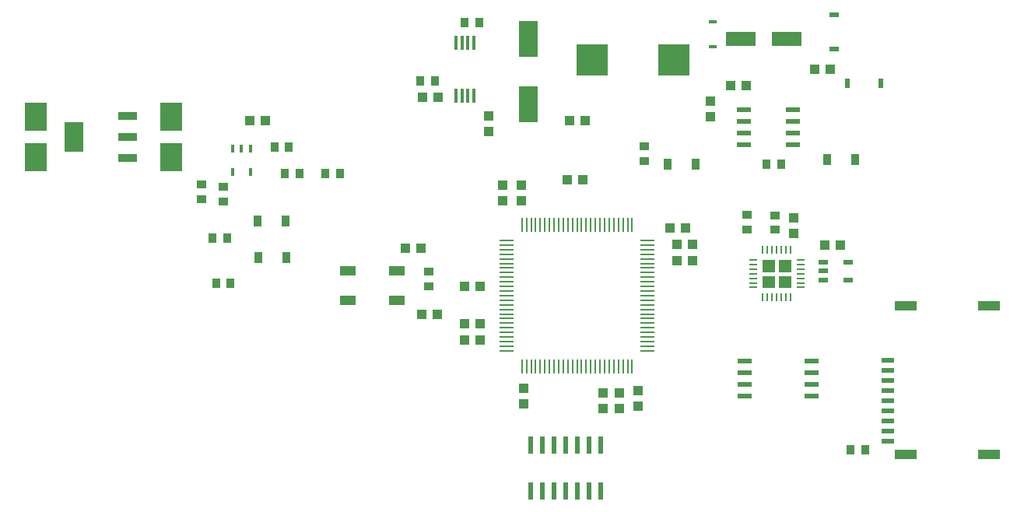
<source format=gbr>
%TF.GenerationSoftware,KiCad,Pcbnew,5.1.10*%
%TF.CreationDate,2021-11-13T19:57:08-07:00*%
%TF.ProjectId,Engine-Controller,456e6769-6e65-42d4-936f-6e74726f6c6c,1.0*%
%TF.SameCoordinates,Original*%
%TF.FileFunction,Paste,Top*%
%TF.FilePolarity,Positive*%
%FSLAX46Y46*%
G04 Gerber Fmt 4.6, Leading zero omitted, Abs format (unit mm)*
G04 Created by KiCad (PCBNEW 5.1.10) date 2021-11-13 19:57:08*
%MOMM*%
%LPD*%
G01*
G04 APERTURE LIST*
%ADD10C,0.010000*%
%ADD11R,0.406400X0.952500*%
%ADD12R,0.979300X0.558800*%
%ADD13R,0.280000X1.560000*%
%ADD14R,1.560000X0.280000*%
%ADD15R,1.100000X1.000000*%
%ADD16R,1.020000X0.940000*%
%ADD17R,0.940000X1.020000*%
%ADD18R,0.965200X1.295400*%
%ADD19R,0.410000X1.570000*%
%ADD20R,1.524000X0.558800*%
%ADD21R,0.600000X1.970000*%
%ADD22R,2.400000X1.100000*%
%ADD23R,1.400000X0.620000*%
%ADD24R,1.700000X0.990600*%
%ADD25R,1.000000X1.100000*%
%ADD26R,3.200000X1.600000*%
%ADD27R,3.500000X3.500000*%
%ADD28R,1.550000X0.600000*%
%ADD29R,2.413000X3.048000*%
%ADD30R,0.838200X0.457200*%
%ADD31R,1.041400X0.584200*%
%ADD32R,0.584200X1.041400*%
%ADD33R,2.000000X4.000000*%
%ADD34R,0.254000X0.900000*%
%ADD35R,0.900000X0.254000*%
%ADD36R,2.150000X3.250000*%
%ADD37R,2.150000X0.950000*%
G04 APERTURE END LIST*
D10*
%TO.C,U7*%
G36*
X178997680Y-126772800D02*
G01*
X177745200Y-126772800D01*
X177745200Y-125523213D01*
X178997680Y-125523213D01*
X178997680Y-126772800D01*
G37*
X178997680Y-126772800D02*
X177745200Y-126772800D01*
X177745200Y-125523213D01*
X178997680Y-125523213D01*
X178997680Y-126772800D01*
G36*
X177245138Y-126772800D02*
G01*
X175995200Y-126772800D01*
X175995200Y-125522862D01*
X177245138Y-125522862D01*
X177245138Y-126772800D01*
G37*
X177245138Y-126772800D02*
X175995200Y-126772800D01*
X175995200Y-125522862D01*
X177245138Y-125522862D01*
X177245138Y-126772800D01*
G36*
X178997720Y-125022800D02*
G01*
X177745200Y-125022800D01*
X177745200Y-123770280D01*
X178997720Y-123770280D01*
X178997720Y-125022800D01*
G37*
X178997720Y-125022800D02*
X177745200Y-125022800D01*
X177745200Y-123770280D01*
X178997720Y-123770280D01*
X178997720Y-125022800D01*
G36*
X177244744Y-125022800D02*
G01*
X175995200Y-125022800D01*
X175995200Y-123770070D01*
X177244744Y-123770070D01*
X177244744Y-125022800D01*
G37*
X177244744Y-125022800D02*
X175995200Y-125022800D01*
X175995200Y-123770070D01*
X177244744Y-123770070D01*
X177244744Y-125022800D01*
%TD*%
D11*
%TO.C,Q1*%
X120215701Y-111639350D03*
X119265700Y-111639350D03*
X118315699Y-111639350D03*
X118315699Y-114192050D03*
X120215701Y-114192050D03*
%TD*%
D12*
%TO.C,D8*%
X185312748Y-124043399D03*
X185312748Y-125943401D03*
X182580852Y-125943401D03*
X182580852Y-124993400D03*
X182580852Y-124043399D03*
%TD*%
D13*
%TO.C,U1*%
X149778200Y-119980400D03*
X150278200Y-119980400D03*
X150778200Y-119980400D03*
X151278200Y-119980400D03*
X151778200Y-119980400D03*
X152278200Y-119980400D03*
X152778200Y-119980400D03*
X153278200Y-119980400D03*
X153778200Y-119980400D03*
X154278200Y-119980400D03*
X154778200Y-119980400D03*
X155278200Y-119980400D03*
X155778200Y-119980400D03*
X156278200Y-119980400D03*
X156778200Y-119980400D03*
X157278200Y-119980400D03*
X157778200Y-119980400D03*
X158278200Y-119980400D03*
X158778200Y-119980400D03*
X159278200Y-119980400D03*
X159778200Y-119980400D03*
X160278200Y-119980400D03*
X160778200Y-119980400D03*
X161278200Y-119980400D03*
X161778200Y-119980400D03*
D14*
X163458200Y-121660400D03*
X163458200Y-122160400D03*
X163458200Y-122660400D03*
X163458200Y-123160400D03*
X163458200Y-123660400D03*
X163458200Y-124160400D03*
X163458200Y-124660400D03*
X163458200Y-125160400D03*
X163458200Y-125660400D03*
X163458200Y-126160400D03*
X163458200Y-126660400D03*
X163458200Y-127160400D03*
X163458200Y-127660400D03*
X163458200Y-128160400D03*
X163458200Y-128660400D03*
X163458200Y-129160400D03*
X163458200Y-129660400D03*
X163458200Y-130160400D03*
X163458200Y-130660400D03*
X163458200Y-131160400D03*
X163458200Y-131660400D03*
X163458200Y-132160400D03*
X163458200Y-132660400D03*
X163458200Y-133160400D03*
X163458200Y-133660400D03*
D13*
X161778200Y-135340400D03*
X161278200Y-135340400D03*
X160778200Y-135340400D03*
X160278200Y-135340400D03*
X159778200Y-135340400D03*
X159278200Y-135340400D03*
X158778200Y-135340400D03*
X158278200Y-135340400D03*
X157778200Y-135340400D03*
X157278200Y-135340400D03*
X156778200Y-135340400D03*
X156278200Y-135340400D03*
X155778200Y-135340400D03*
X155278200Y-135340400D03*
X154778200Y-135340400D03*
X154278200Y-135340400D03*
X153778200Y-135340400D03*
X153278200Y-135340400D03*
X152778200Y-135340400D03*
X152278200Y-135340400D03*
X151778200Y-135340400D03*
X151278200Y-135340400D03*
X150778200Y-135340400D03*
X150278200Y-135340400D03*
X149778200Y-135340400D03*
D14*
X148098200Y-133660400D03*
X148098200Y-133160400D03*
X148098200Y-132660400D03*
X148098200Y-132160400D03*
X148098200Y-131660400D03*
X148098200Y-131160400D03*
X148098200Y-130660400D03*
X148098200Y-130160400D03*
X148098200Y-129660400D03*
X148098200Y-129160400D03*
X148098200Y-128660400D03*
X148098200Y-128160400D03*
X148098200Y-127660400D03*
X148098200Y-127160400D03*
X148098200Y-126660400D03*
X148098200Y-126160400D03*
X148098200Y-125660400D03*
X148098200Y-125160400D03*
X148098200Y-124660400D03*
X148098200Y-124160400D03*
X148098200Y-123660400D03*
X148098200Y-123160400D03*
X148098200Y-122660400D03*
X148098200Y-122160400D03*
X148098200Y-121660400D03*
%TD*%
D15*
%TO.C,C8*%
X140599900Y-129705100D03*
X138899900Y-129705100D03*
%TD*%
D16*
%TO.C,R6*%
X139674600Y-126647000D03*
X139674600Y-125067000D03*
%TD*%
D17*
%TO.C,R8*%
X143558200Y-97942400D03*
X145138200Y-97942400D03*
%TD*%
D18*
%TO.C,D6*%
X182994300Y-112839500D03*
X186042300Y-112839500D03*
%TD*%
%TO.C,D3*%
X124091700Y-119507000D03*
X121043700Y-119507000D03*
%TD*%
D19*
%TO.C,U6*%
X144561200Y-105892400D03*
X143911200Y-105892400D03*
X143261200Y-105892400D03*
X142611200Y-105892400D03*
X142611200Y-100152400D03*
X143261200Y-100152400D03*
X143911200Y-100152400D03*
X144561200Y-100152400D03*
%TD*%
D20*
%TO.C,U5*%
X181305200Y-134759700D03*
X181305200Y-136029700D03*
X181305200Y-137299700D03*
X181305200Y-138569700D03*
X174015400Y-138569700D03*
X174015400Y-137299700D03*
X174015400Y-136029700D03*
X174015400Y-134759700D03*
%TD*%
D21*
%TO.C,U4*%
X158369000Y-148893300D03*
X157099000Y-148893300D03*
X155829000Y-148893300D03*
X154559000Y-148893300D03*
X153289000Y-148893300D03*
X152019000Y-148893300D03*
X150749000Y-148893300D03*
X150749000Y-143943300D03*
X152019000Y-143943300D03*
X153289000Y-143943300D03*
X154559000Y-143943300D03*
X155829000Y-143943300D03*
X157099000Y-143943300D03*
X158369000Y-143943300D03*
%TD*%
D22*
%TO.C,P6*%
X200570200Y-128762400D03*
X191570200Y-128762400D03*
X191570200Y-144912400D03*
X200570200Y-144912400D03*
D23*
X189570200Y-143532400D03*
X189570200Y-142432400D03*
X189570200Y-141332400D03*
X189570200Y-140232400D03*
X189570200Y-139132400D03*
X189570200Y-138032400D03*
X189570200Y-136932400D03*
X189570200Y-135832400D03*
X189570200Y-134732400D03*
%TD*%
D24*
%TO.C,B1*%
X136202400Y-128155499D03*
X136202400Y-124955501D03*
X130802400Y-124955501D03*
X130802400Y-128155499D03*
%TD*%
D17*
%TO.C,R5*%
X117680800Y-121437400D03*
X116100800Y-121437400D03*
%TD*%
D15*
%TO.C,C4*%
X174154200Y-104800400D03*
X172454200Y-104800400D03*
%TD*%
%TO.C,C2*%
X181598200Y-103022400D03*
X183298200Y-103022400D03*
%TD*%
D25*
%TO.C,C13*%
X162382200Y-139686400D03*
X162382200Y-137986400D03*
%TD*%
D26*
%TO.C,C1*%
X178598200Y-99720400D03*
X173598200Y-99720400D03*
%TD*%
D27*
%TO.C,L1*%
X157424200Y-102006400D03*
X166324200Y-102006400D03*
%TD*%
D28*
%TO.C,U2*%
X173906200Y-107467400D03*
X173906200Y-108737400D03*
X173906200Y-110007400D03*
X173906200Y-111277400D03*
X179306200Y-111277400D03*
X179306200Y-110007400D03*
X179306200Y-108737400D03*
X179306200Y-107467400D03*
%TD*%
D29*
%TO.C,C6*%
X96850200Y-108216700D03*
X96850200Y-112560100D03*
%TD*%
%TO.C,C7*%
X111582200Y-108216700D03*
X111582200Y-112560100D03*
%TD*%
D25*
%TO.C,C3*%
X170256200Y-108190400D03*
X170256200Y-106490400D03*
%TD*%
D18*
%TO.C,D1*%
X124167900Y-123532900D03*
X121119900Y-123532900D03*
%TD*%
D17*
%TO.C,R1*%
X118074500Y-126288800D03*
X116494500Y-126288800D03*
%TD*%
D15*
%TO.C,C9*%
X145198200Y-126644400D03*
X143498200Y-126644400D03*
%TD*%
%TO.C,C10*%
X143498200Y-130708400D03*
X145198200Y-130708400D03*
%TD*%
%TO.C,C11*%
X165850200Y-120294400D03*
X167550200Y-120294400D03*
%TD*%
D25*
%TO.C,C12*%
X149682200Y-115634400D03*
X149682200Y-117334400D03*
%TD*%
%TO.C,C14*%
X149936200Y-139432400D03*
X149936200Y-137732400D03*
%TD*%
D15*
%TO.C,J1*%
X137135500Y-122491500D03*
X138835500Y-122491500D03*
%TD*%
D17*
%TO.C,R7*%
X187149800Y-144399000D03*
X185569800Y-144399000D03*
%TD*%
D25*
%TO.C,C15*%
X146126200Y-108141400D03*
X146126200Y-109841400D03*
%TD*%
D15*
%TO.C,C16*%
X138926200Y-106070400D03*
X140626200Y-106070400D03*
%TD*%
D30*
%TO.C,D2*%
X170510200Y-97891600D03*
X170510200Y-100533200D03*
%TD*%
D31*
%TO.C,D4*%
X183718200Y-97116900D03*
X183718200Y-100799900D03*
%TD*%
D32*
%TO.C,D5*%
X185178700Y-104546400D03*
X188861700Y-104546400D03*
%TD*%
D17*
%TO.C,R9*%
X138732200Y-104292400D03*
X140312200Y-104292400D03*
%TD*%
D15*
%TO.C,C17*%
X154928200Y-108610400D03*
X156628200Y-108610400D03*
%TD*%
D33*
%TO.C,C5*%
X150444200Y-99726400D03*
X150444200Y-106826400D03*
%TD*%
D18*
%TO.C,D7*%
X168719500Y-113334800D03*
X165671500Y-113334800D03*
%TD*%
D17*
%TO.C,R2*%
X178005800Y-113398300D03*
X176425800Y-113398300D03*
%TD*%
D16*
%TO.C,R3*%
X163093400Y-112997100D03*
X163093400Y-111417100D03*
%TD*%
D15*
%TO.C,C18*%
X182766600Y-122174000D03*
X184466600Y-122174000D03*
%TD*%
D25*
%TO.C,C19*%
X179324000Y-119203100D03*
X179324000Y-120903100D03*
%TD*%
D15*
%TO.C,C20*%
X120168300Y-108623100D03*
X121868300Y-108623100D03*
%TD*%
D25*
%TO.C,C21*%
X147650200Y-115634400D03*
X147650200Y-117334400D03*
%TD*%
%TO.C,C23*%
X160350200Y-139940400D03*
X160350200Y-138240400D03*
%TD*%
D15*
%TO.C,C24*%
X145198200Y-132486400D03*
X143498200Y-132486400D03*
%TD*%
D25*
%TO.C,C25*%
X158572200Y-138240400D03*
X158572200Y-139940400D03*
%TD*%
D15*
%TO.C,C26*%
X168312200Y-123850400D03*
X166612200Y-123850400D03*
%TD*%
%TO.C,C27*%
X166612200Y-122072400D03*
X168312200Y-122072400D03*
%TD*%
%TO.C,J2*%
X156399600Y-115062000D03*
X154699600Y-115062000D03*
%TD*%
D16*
%TO.C,R4*%
X177355500Y-120512900D03*
X177355500Y-118932900D03*
%TD*%
%TO.C,R10*%
X174256700Y-118856700D03*
X174256700Y-120436700D03*
%TD*%
%TO.C,R11*%
X114922300Y-115557300D03*
X114922300Y-117137300D03*
%TD*%
%TO.C,R12*%
X117284500Y-117388700D03*
X117284500Y-115808700D03*
%TD*%
D17*
%TO.C,R13*%
X122857200Y-111531400D03*
X124437200Y-111531400D03*
%TD*%
%TO.C,R14*%
X125580200Y-114388900D03*
X124000200Y-114388900D03*
%TD*%
%TO.C,R15*%
X129949000Y-114350800D03*
X128369000Y-114350800D03*
%TD*%
D34*
%TO.C,U7*%
X178995200Y-127862800D03*
X178495200Y-127862800D03*
X177995200Y-127862800D03*
X177495200Y-127862800D03*
X176995200Y-127862800D03*
X176495200Y-127862800D03*
X175995200Y-127862800D03*
D35*
X174905200Y-126772800D03*
X174905200Y-126272800D03*
X174905200Y-125772800D03*
X174905200Y-125272800D03*
X174905200Y-124772800D03*
X174905200Y-124272800D03*
X174905200Y-123772800D03*
D34*
X175995200Y-122682800D03*
X176495200Y-122682800D03*
X176995200Y-122682800D03*
X177495200Y-122682800D03*
X177995200Y-122682800D03*
X178495200Y-122682800D03*
X178995200Y-122682800D03*
D35*
X180085200Y-123772800D03*
X180085200Y-124272800D03*
X180085200Y-124772800D03*
X180085200Y-125272800D03*
X180085200Y-125772800D03*
X180085200Y-126272800D03*
X180085200Y-126772800D03*
%TD*%
D36*
%TO.C,U3*%
X101062200Y-110388400D03*
D37*
X106862200Y-108088400D03*
X106862200Y-110388400D03*
X106862200Y-112688400D03*
%TD*%
M02*

</source>
